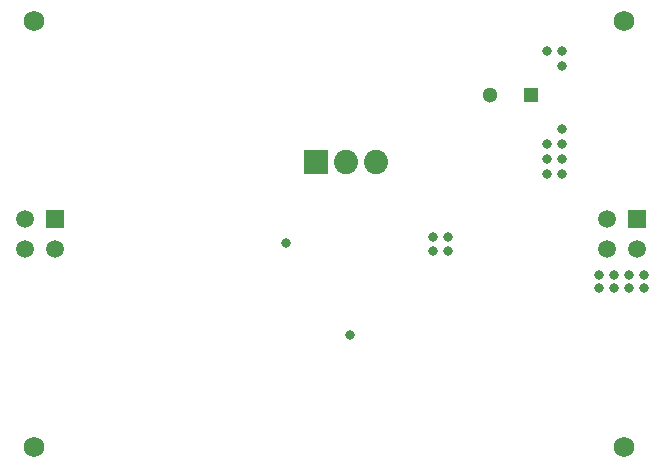
<source format=gbr>
%TF.GenerationSoftware,Altium Limited,Altium Designer,22.11.1 (43)*%
G04 Layer_Color=16711935*
%FSLAX45Y45*%
%MOMM*%
%TF.SameCoordinates,43E0CF4A-0526-4127-82AF-783748DA5692*%
%TF.FilePolarity,Negative*%
%TF.FileFunction,Soldermask,Bot*%
%TF.Part,Single*%
G01*
G75*
%TA.AperFunction,ComponentPad*%
%ADD26C,1.52000*%
%ADD27R,1.52000X1.52000*%
%ADD28R,1.30000X1.30000*%
%ADD29C,1.30000*%
%ADD31C,2.05000*%
%ADD32R,2.05000X2.05000*%
%TA.AperFunction,WasherPad*%
%ADD53C,1.72720*%
%TA.AperFunction,ViaPad*%
%ADD54C,0.83820*%
D26*
X11353800Y9423400D02*
D03*
Y9169400D02*
D03*
X11607800D02*
D03*
X6680200D02*
D03*
X6426200D02*
D03*
Y9423400D02*
D03*
D27*
X11607800D02*
D03*
X6680200D02*
D03*
D28*
X10716000Y10477500D02*
D03*
D29*
X10366000D02*
D03*
D31*
X9398000Y9913700D02*
D03*
X9144000D02*
D03*
D32*
X8890000D02*
D03*
D53*
X6500000Y11100000D02*
D03*
Y7500000D02*
D03*
X11500000Y11100000D02*
D03*
Y7500000D02*
D03*
D54*
X9880600Y9156700D02*
D03*
X10007600D02*
D03*
X9880600Y9271000D02*
D03*
X10007600D02*
D03*
X10972800Y10185400D02*
D03*
X11417300Y8839200D02*
D03*
X11544300D02*
D03*
X11671300D02*
D03*
Y8953500D02*
D03*
X11544300D02*
D03*
X11417300D02*
D03*
X11290300Y8839200D02*
D03*
Y8953500D02*
D03*
X8636000Y9220200D02*
D03*
X10845800Y10845800D02*
D03*
X10972800Y10718800D02*
D03*
Y10845800D02*
D03*
X10845800Y10058400D02*
D03*
X10972800D02*
D03*
Y9931400D02*
D03*
X10845800D02*
D03*
Y9804400D02*
D03*
X10972800D02*
D03*
X9183500Y8445500D02*
D03*
%TF.MD5,0401d0f4f1f743c8fdb4b0f171351dc4*%
M02*

</source>
